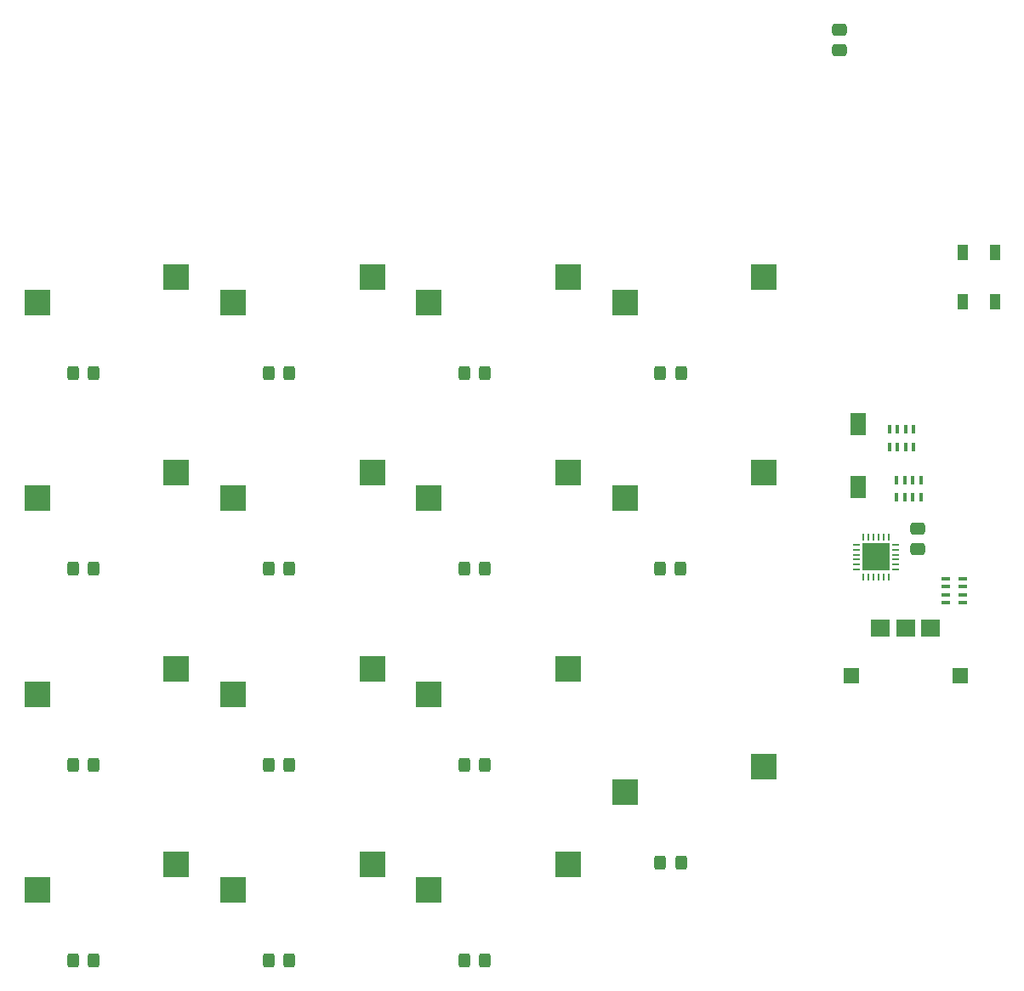
<source format=gbr>
%TF.GenerationSoftware,KiCad,Pcbnew,(6.0.7)*%
%TF.CreationDate,2022-10-16T13:30:07+08:00*%
%TF.ProjectId,numpad-test,6e756d70-6164-42d7-9465-73742e6b6963,rev?*%
%TF.SameCoordinates,Original*%
%TF.FileFunction,Paste,Bot*%
%TF.FilePolarity,Positive*%
%FSLAX46Y46*%
G04 Gerber Fmt 4.6, Leading zero omitted, Abs format (unit mm)*
G04 Created by KiCad (PCBNEW (6.0.7)) date 2022-10-16 13:30:07*
%MOMM*%
%LPD*%
G01*
G04 APERTURE LIST*
G04 Aperture macros list*
%AMRoundRect*
0 Rectangle with rounded corners*
0 $1 Rounding radius*
0 $2 $3 $4 $5 $6 $7 $8 $9 X,Y pos of 4 corners*
0 Add a 4 corners polygon primitive as box body*
4,1,4,$2,$3,$4,$5,$6,$7,$8,$9,$2,$3,0*
0 Add four circle primitives for the rounded corners*
1,1,$1+$1,$2,$3*
1,1,$1+$1,$4,$5*
1,1,$1+$1,$6,$7*
1,1,$1+$1,$8,$9*
0 Add four rect primitives between the rounded corners*
20,1,$1+$1,$2,$3,$4,$5,0*
20,1,$1+$1,$4,$5,$6,$7,0*
20,1,$1+$1,$6,$7,$8,$9,0*
20,1,$1+$1,$8,$9,$2,$3,0*%
G04 Aperture macros list end*
%ADD10R,2.550000X2.500000*%
%ADD11R,1.899920X1.798320*%
%ADD12R,1.597660X1.498600*%
%ADD13RoundRect,0.250000X0.325000X0.450000X-0.325000X0.450000X-0.325000X-0.450000X0.325000X-0.450000X0*%
%ADD14R,1.597660X2.298700*%
%ADD15R,0.250000X0.700000*%
%ADD16R,0.700000X0.250000*%
%ADD17R,2.750000X2.750000*%
%ADD18R,0.400000X0.900000*%
%ADD19R,1.000000X1.500000*%
%ADD20R,0.900000X0.400000*%
%ADD21RoundRect,0.250000X0.475000X-0.337500X0.475000X0.337500X-0.475000X0.337500X-0.475000X-0.337500X0*%
G04 APERTURE END LIST*
D10*
%TO.C,SW16*%
X121790000Y-60920000D03*
X107940000Y-63460000D03*
%TD*%
%TO.C,SW12*%
X102290000Y-60920000D03*
X88440000Y-63460000D03*
%TD*%
%TO.C,SW10*%
X82790000Y-99920000D03*
X68940000Y-102460000D03*
%TD*%
%TO.C,SW5*%
X63290000Y-80420000D03*
X49440000Y-82960000D03*
%TD*%
%TO.C,SW4*%
X63290000Y-60920000D03*
X49440000Y-63460000D03*
%TD*%
%TO.C,SW15*%
X102290000Y-119420000D03*
X88440000Y-121960000D03*
%TD*%
%TO.C,SW11*%
X82790000Y-119420000D03*
X68940000Y-121960000D03*
%TD*%
%TO.C,SW13*%
X102290000Y-80420000D03*
X88440000Y-82960000D03*
%TD*%
%TO.C,SW8*%
X82790000Y-60920000D03*
X68940000Y-63460000D03*
%TD*%
%TO.C,SW7*%
X63290000Y-119420000D03*
X49440000Y-121960000D03*
%TD*%
%TO.C,SW9*%
X82790000Y-80420000D03*
X68940000Y-82960000D03*
%TD*%
%TO.C,SW14*%
X102290000Y-99920000D03*
X88440000Y-102460000D03*
%TD*%
%TO.C,SW6*%
X63290000Y-99920000D03*
X49440000Y-102460000D03*
%TD*%
%TO.C,SW17*%
X121790000Y-80420000D03*
X107940000Y-82960000D03*
%TD*%
%TO.C,SW18*%
X107940000Y-112210000D03*
X121790000Y-109670000D03*
%TD*%
D11*
%TO.C,S1*%
X133400640Y-95925160D03*
X138399360Y-95925160D03*
D12*
X141297500Y-100674960D03*
X130502500Y-100674960D03*
D11*
X135900000Y-95925160D03*
%TD*%
D13*
%TO.C,D11*%
X74525000Y-109500000D03*
X72475000Y-109500000D03*
%TD*%
%TO.C,D19*%
X113525000Y-119250000D03*
X111475000Y-119250000D03*
%TD*%
%TO.C,D10*%
X74525000Y-90000000D03*
X72475000Y-90000000D03*
%TD*%
D14*
%TO.C,SW20*%
X131125000Y-81875000D03*
X131125000Y-75575800D03*
%TD*%
D13*
%TO.C,D5*%
X55025000Y-70500000D03*
X52975000Y-70500000D03*
%TD*%
%TO.C,D7*%
X55025000Y-109500000D03*
X52975000Y-109500000D03*
%TD*%
%TO.C,D18*%
X113475000Y-90000000D03*
X111425000Y-90000000D03*
%TD*%
%TO.C,D13*%
X94025000Y-70500000D03*
X91975000Y-70500000D03*
%TD*%
D15*
%TO.C,U1*%
X134200000Y-90800000D03*
X133700000Y-90800000D03*
X133200000Y-90800000D03*
X132700000Y-90800000D03*
X132200000Y-90800000D03*
X131700000Y-90800000D03*
D16*
X130975000Y-90075000D03*
X130975000Y-89575000D03*
X130975000Y-89075000D03*
X130975000Y-88575000D03*
X130975000Y-88075000D03*
X130975000Y-87575000D03*
D15*
X131700000Y-86850000D03*
X132200000Y-86850000D03*
X132700000Y-86850000D03*
X133200000Y-86850000D03*
X133700000Y-86850000D03*
X134200000Y-86850000D03*
D16*
X134925000Y-87575000D03*
X134925000Y-88075000D03*
X134925000Y-88575000D03*
X134925000Y-89075000D03*
X134925000Y-89575000D03*
X134925000Y-90075000D03*
D17*
X132950000Y-88825000D03*
%TD*%
D13*
%TO.C,D9*%
X74525000Y-70500000D03*
X72475000Y-70500000D03*
%TD*%
%TO.C,D12*%
X74525000Y-129000000D03*
X72475000Y-129000000D03*
%TD*%
D18*
%TO.C,RN3*%
X134275000Y-76125000D03*
X135075000Y-76125000D03*
X135875000Y-76125000D03*
X136675000Y-76125000D03*
X136675000Y-77825000D03*
X135875000Y-77825000D03*
X135075000Y-77825000D03*
X134275000Y-77825000D03*
%TD*%
D13*
%TO.C,D15*%
X94025000Y-109500000D03*
X91975000Y-109500000D03*
%TD*%
%TO.C,D8*%
X55025000Y-129000000D03*
X52975000Y-129000000D03*
%TD*%
D19*
%TO.C,D1*%
X144800000Y-63375000D03*
X141600000Y-63375000D03*
X141600000Y-58475000D03*
X144800000Y-58475000D03*
%TD*%
D20*
%TO.C,RN1*%
X141550000Y-90975000D03*
X141550000Y-91775000D03*
X141550000Y-92575000D03*
X141550000Y-93375000D03*
X139850000Y-93375000D03*
X139850000Y-92575000D03*
X139850000Y-91775000D03*
X139850000Y-90975000D03*
%TD*%
D18*
%TO.C,RN2*%
X135000000Y-81125000D03*
X135800000Y-81125000D03*
X136600000Y-81125000D03*
X137400000Y-81125000D03*
X137400000Y-82825000D03*
X136600000Y-82825000D03*
X135800000Y-82825000D03*
X135000000Y-82825000D03*
%TD*%
D13*
%TO.C,D6*%
X55025000Y-90000000D03*
X52975000Y-90000000D03*
%TD*%
D21*
%TO.C,C10*%
X137125000Y-88050000D03*
X137125000Y-85975000D03*
%TD*%
D13*
%TO.C,D17*%
X113525000Y-70500000D03*
X111475000Y-70500000D03*
%TD*%
%TO.C,D14*%
X94025000Y-90000000D03*
X91975000Y-90000000D03*
%TD*%
%TO.C,D16*%
X94025000Y-129000000D03*
X91975000Y-129000000D03*
%TD*%
D21*
%TO.C,C4*%
X129286000Y-38354000D03*
X129286000Y-36279000D03*
%TD*%
M02*

</source>
